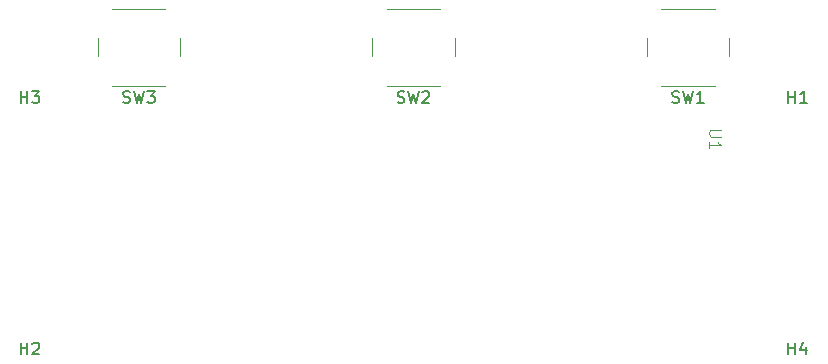
<source format=gbr>
%TF.GenerationSoftware,KiCad,Pcbnew,7.0.11+dfsg-1build4*%
%TF.CreationDate,2026-01-30T16:30:13+11:00*%
%TF.ProjectId,desk-controller,6465736b-2d63-46f6-9e74-726f6c6c6572,rev?*%
%TF.SameCoordinates,Original*%
%TF.FileFunction,Legend,Top*%
%TF.FilePolarity,Positive*%
%FSLAX46Y46*%
G04 Gerber Fmt 4.6, Leading zero omitted, Abs format (unit mm)*
G04 Created by KiCad (PCBNEW 7.0.11+dfsg-1build4) date 2026-01-30 16:30:13*
%MOMM*%
%LPD*%
G01*
G04 APERTURE LIST*
%ADD10C,0.150000*%
%ADD11C,0.100000*%
%ADD12C,0.120000*%
G04 APERTURE END LIST*
D10*
X103238095Y-108954819D02*
X103238095Y-107954819D01*
X103238095Y-108431009D02*
X103809523Y-108431009D01*
X103809523Y-108954819D02*
X103809523Y-107954819D01*
X104190476Y-107954819D02*
X104809523Y-107954819D01*
X104809523Y-107954819D02*
X104476190Y-108335771D01*
X104476190Y-108335771D02*
X104619047Y-108335771D01*
X104619047Y-108335771D02*
X104714285Y-108383390D01*
X104714285Y-108383390D02*
X104761904Y-108431009D01*
X104761904Y-108431009D02*
X104809523Y-108526247D01*
X104809523Y-108526247D02*
X104809523Y-108764342D01*
X104809523Y-108764342D02*
X104761904Y-108859580D01*
X104761904Y-108859580D02*
X104714285Y-108907200D01*
X104714285Y-108907200D02*
X104619047Y-108954819D01*
X104619047Y-108954819D02*
X104333333Y-108954819D01*
X104333333Y-108954819D02*
X104238095Y-108907200D01*
X104238095Y-108907200D02*
X104190476Y-108859580D01*
X158416667Y-108907200D02*
X158559524Y-108954819D01*
X158559524Y-108954819D02*
X158797619Y-108954819D01*
X158797619Y-108954819D02*
X158892857Y-108907200D01*
X158892857Y-108907200D02*
X158940476Y-108859580D01*
X158940476Y-108859580D02*
X158988095Y-108764342D01*
X158988095Y-108764342D02*
X158988095Y-108669104D01*
X158988095Y-108669104D02*
X158940476Y-108573866D01*
X158940476Y-108573866D02*
X158892857Y-108526247D01*
X158892857Y-108526247D02*
X158797619Y-108478628D01*
X158797619Y-108478628D02*
X158607143Y-108431009D01*
X158607143Y-108431009D02*
X158511905Y-108383390D01*
X158511905Y-108383390D02*
X158464286Y-108335771D01*
X158464286Y-108335771D02*
X158416667Y-108240533D01*
X158416667Y-108240533D02*
X158416667Y-108145295D01*
X158416667Y-108145295D02*
X158464286Y-108050057D01*
X158464286Y-108050057D02*
X158511905Y-108002438D01*
X158511905Y-108002438D02*
X158607143Y-107954819D01*
X158607143Y-107954819D02*
X158845238Y-107954819D01*
X158845238Y-107954819D02*
X158988095Y-108002438D01*
X159321429Y-107954819D02*
X159559524Y-108954819D01*
X159559524Y-108954819D02*
X159750000Y-108240533D01*
X159750000Y-108240533D02*
X159940476Y-108954819D01*
X159940476Y-108954819D02*
X160178572Y-107954819D01*
X161083333Y-108954819D02*
X160511905Y-108954819D01*
X160797619Y-108954819D02*
X160797619Y-107954819D01*
X160797619Y-107954819D02*
X160702381Y-108097676D01*
X160702381Y-108097676D02*
X160607143Y-108192914D01*
X160607143Y-108192914D02*
X160511905Y-108240533D01*
X111916667Y-108907200D02*
X112059524Y-108954819D01*
X112059524Y-108954819D02*
X112297619Y-108954819D01*
X112297619Y-108954819D02*
X112392857Y-108907200D01*
X112392857Y-108907200D02*
X112440476Y-108859580D01*
X112440476Y-108859580D02*
X112488095Y-108764342D01*
X112488095Y-108764342D02*
X112488095Y-108669104D01*
X112488095Y-108669104D02*
X112440476Y-108573866D01*
X112440476Y-108573866D02*
X112392857Y-108526247D01*
X112392857Y-108526247D02*
X112297619Y-108478628D01*
X112297619Y-108478628D02*
X112107143Y-108431009D01*
X112107143Y-108431009D02*
X112011905Y-108383390D01*
X112011905Y-108383390D02*
X111964286Y-108335771D01*
X111964286Y-108335771D02*
X111916667Y-108240533D01*
X111916667Y-108240533D02*
X111916667Y-108145295D01*
X111916667Y-108145295D02*
X111964286Y-108050057D01*
X111964286Y-108050057D02*
X112011905Y-108002438D01*
X112011905Y-108002438D02*
X112107143Y-107954819D01*
X112107143Y-107954819D02*
X112345238Y-107954819D01*
X112345238Y-107954819D02*
X112488095Y-108002438D01*
X112821429Y-107954819D02*
X113059524Y-108954819D01*
X113059524Y-108954819D02*
X113250000Y-108240533D01*
X113250000Y-108240533D02*
X113440476Y-108954819D01*
X113440476Y-108954819D02*
X113678572Y-107954819D01*
X113964286Y-107954819D02*
X114583333Y-107954819D01*
X114583333Y-107954819D02*
X114250000Y-108335771D01*
X114250000Y-108335771D02*
X114392857Y-108335771D01*
X114392857Y-108335771D02*
X114488095Y-108383390D01*
X114488095Y-108383390D02*
X114535714Y-108431009D01*
X114535714Y-108431009D02*
X114583333Y-108526247D01*
X114583333Y-108526247D02*
X114583333Y-108764342D01*
X114583333Y-108764342D02*
X114535714Y-108859580D01*
X114535714Y-108859580D02*
X114488095Y-108907200D01*
X114488095Y-108907200D02*
X114392857Y-108954819D01*
X114392857Y-108954819D02*
X114107143Y-108954819D01*
X114107143Y-108954819D02*
X114011905Y-108907200D01*
X114011905Y-108907200D02*
X113964286Y-108859580D01*
X168238095Y-130254819D02*
X168238095Y-129254819D01*
X168238095Y-129731009D02*
X168809523Y-129731009D01*
X168809523Y-130254819D02*
X168809523Y-129254819D01*
X169714285Y-129588152D02*
X169714285Y-130254819D01*
X169476190Y-129207200D02*
X169238095Y-129921485D01*
X169238095Y-129921485D02*
X169857142Y-129921485D01*
X103238095Y-130254819D02*
X103238095Y-129254819D01*
X103238095Y-129731009D02*
X103809523Y-129731009D01*
X103809523Y-130254819D02*
X103809523Y-129254819D01*
X104238095Y-129350057D02*
X104285714Y-129302438D01*
X104285714Y-129302438D02*
X104380952Y-129254819D01*
X104380952Y-129254819D02*
X104619047Y-129254819D01*
X104619047Y-129254819D02*
X104714285Y-129302438D01*
X104714285Y-129302438D02*
X104761904Y-129350057D01*
X104761904Y-129350057D02*
X104809523Y-129445295D01*
X104809523Y-129445295D02*
X104809523Y-129540533D01*
X104809523Y-129540533D02*
X104761904Y-129683390D01*
X104761904Y-129683390D02*
X104190476Y-130254819D01*
X104190476Y-130254819D02*
X104809523Y-130254819D01*
D11*
X162542580Y-111238095D02*
X161733057Y-111238095D01*
X161733057Y-111238095D02*
X161637819Y-111285714D01*
X161637819Y-111285714D02*
X161590200Y-111333333D01*
X161590200Y-111333333D02*
X161542580Y-111428571D01*
X161542580Y-111428571D02*
X161542580Y-111619047D01*
X161542580Y-111619047D02*
X161590200Y-111714285D01*
X161590200Y-111714285D02*
X161637819Y-111761904D01*
X161637819Y-111761904D02*
X161733057Y-111809523D01*
X161733057Y-111809523D02*
X162542580Y-111809523D01*
X161542580Y-112809523D02*
X161542580Y-112238095D01*
X161542580Y-112523809D02*
X162542580Y-112523809D01*
X162542580Y-112523809D02*
X162399723Y-112428571D01*
X162399723Y-112428571D02*
X162304485Y-112333333D01*
X162304485Y-112333333D02*
X162256866Y-112238095D01*
D10*
X168238095Y-108954819D02*
X168238095Y-107954819D01*
X168238095Y-108431009D02*
X168809523Y-108431009D01*
X168809523Y-108954819D02*
X168809523Y-107954819D01*
X169809523Y-108954819D02*
X169238095Y-108954819D01*
X169523809Y-108954819D02*
X169523809Y-107954819D01*
X169523809Y-107954819D02*
X169428571Y-108097676D01*
X169428571Y-108097676D02*
X169333333Y-108192914D01*
X169333333Y-108192914D02*
X169238095Y-108240533D01*
X135166667Y-108907200D02*
X135309524Y-108954819D01*
X135309524Y-108954819D02*
X135547619Y-108954819D01*
X135547619Y-108954819D02*
X135642857Y-108907200D01*
X135642857Y-108907200D02*
X135690476Y-108859580D01*
X135690476Y-108859580D02*
X135738095Y-108764342D01*
X135738095Y-108764342D02*
X135738095Y-108669104D01*
X135738095Y-108669104D02*
X135690476Y-108573866D01*
X135690476Y-108573866D02*
X135642857Y-108526247D01*
X135642857Y-108526247D02*
X135547619Y-108478628D01*
X135547619Y-108478628D02*
X135357143Y-108431009D01*
X135357143Y-108431009D02*
X135261905Y-108383390D01*
X135261905Y-108383390D02*
X135214286Y-108335771D01*
X135214286Y-108335771D02*
X135166667Y-108240533D01*
X135166667Y-108240533D02*
X135166667Y-108145295D01*
X135166667Y-108145295D02*
X135214286Y-108050057D01*
X135214286Y-108050057D02*
X135261905Y-108002438D01*
X135261905Y-108002438D02*
X135357143Y-107954819D01*
X135357143Y-107954819D02*
X135595238Y-107954819D01*
X135595238Y-107954819D02*
X135738095Y-108002438D01*
X136071429Y-107954819D02*
X136309524Y-108954819D01*
X136309524Y-108954819D02*
X136500000Y-108240533D01*
X136500000Y-108240533D02*
X136690476Y-108954819D01*
X136690476Y-108954819D02*
X136928572Y-107954819D01*
X137261905Y-108050057D02*
X137309524Y-108002438D01*
X137309524Y-108002438D02*
X137404762Y-107954819D01*
X137404762Y-107954819D02*
X137642857Y-107954819D01*
X137642857Y-107954819D02*
X137738095Y-108002438D01*
X137738095Y-108002438D02*
X137785714Y-108050057D01*
X137785714Y-108050057D02*
X137833333Y-108145295D01*
X137833333Y-108145295D02*
X137833333Y-108240533D01*
X137833333Y-108240533D02*
X137785714Y-108383390D01*
X137785714Y-108383390D02*
X137214286Y-108954819D01*
X137214286Y-108954819D02*
X137833333Y-108954819D01*
D12*
%TO.C,SW1*%
X156250000Y-103500000D02*
X156250000Y-105000000D01*
X157500000Y-107500000D02*
X162000000Y-107500000D01*
X162000000Y-101000000D02*
X157500000Y-101000000D01*
X163250000Y-105000000D02*
X163250000Y-103500000D01*
%TO.C,SW3*%
X109750000Y-103500000D02*
X109750000Y-105000000D01*
X111000000Y-107500000D02*
X115500000Y-107500000D01*
X115500000Y-101000000D02*
X111000000Y-101000000D01*
X116750000Y-105000000D02*
X116750000Y-103500000D01*
%TO.C,SW2*%
X133000000Y-103500000D02*
X133000000Y-105000000D01*
X134250000Y-107500000D02*
X138750000Y-107500000D01*
X138750000Y-101000000D02*
X134250000Y-101000000D01*
X140000000Y-105000000D02*
X140000000Y-103500000D01*
%TD*%
M02*

</source>
